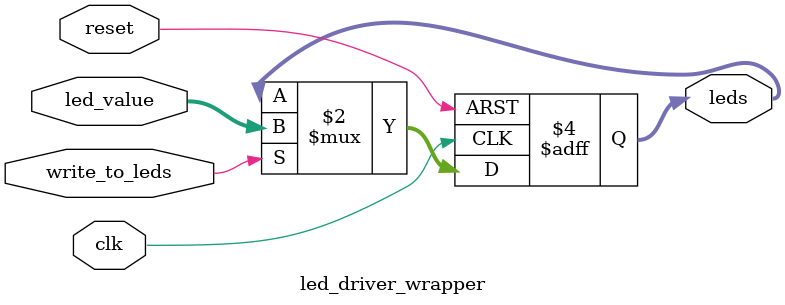
<source format=v>
`timescale 1ns / 1ps
module led_driver_wrapper( led_value, leds, write_to_leds, clk, reset );
	input [7:0] led_value;
	output reg [7:0] leds;
	input write_to_leds;
	input clk;
	input reset;
	
	always @(posedge clk or posedge reset) begin
		if(reset) leds <= 0;
		else if(write_to_leds) leds <= led_value;
	end

endmodule

</source>
